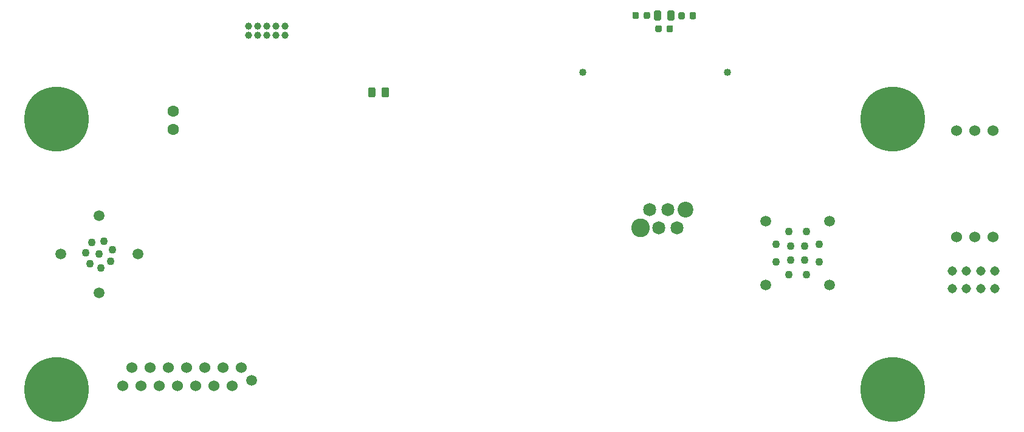
<source format=gbr>
G04 #@! TF.GenerationSoftware,KiCad,Pcbnew,(5.1.4-0)*
G04 #@! TF.CreationDate,2021-02-17T16:17:59+01:00*
G04 #@! TF.ProjectId,DBU_HW,4442555f-4857-42e6-9b69-6361645f7063,A*
G04 #@! TF.SameCoordinates,PX4c4b400PYa037a00*
G04 #@! TF.FileFunction,Soldermask,Bot*
G04 #@! TF.FilePolarity,Negative*
%FSLAX46Y46*%
G04 Gerber Fmt 4.6, Leading zero omitted, Abs format (unit mm)*
G04 Created by KiCad (PCBNEW (5.1.4-0)) date 2021-02-17 16:17:59*
%MOMM*%
%LPD*%
G04 APERTURE LIST*
%ADD10C,1.524000*%
%ADD11C,1.500000*%
%ADD12C,0.100000*%
%ADD13C,0.975000*%
%ADD14C,1.825000*%
%ADD15C,2.200000*%
%ADD16C,2.600000*%
%ADD17C,1.600000*%
%ADD18C,1.308000*%
%ADD19C,1.498600*%
%ADD20C,1.099820*%
%ADD21C,1.020000*%
%ADD22C,9.000000*%
%ADD23C,1.000000*%
%ADD24C,0.875000*%
G04 APERTURE END LIST*
D10*
X14490000Y33970000D03*
X15760000Y36510000D03*
X17030000Y33970000D03*
X18300000Y36510000D03*
X19570000Y33970000D03*
X20840000Y36510000D03*
X22110000Y33970000D03*
X23380000Y36510000D03*
D11*
X32400000Y34710000D03*
D10*
X24650000Y33970000D03*
X25920000Y36510000D03*
X27190000Y33970000D03*
X28460000Y36510000D03*
X29730000Y33970000D03*
X31000000Y36510000D03*
D12*
G36*
X49430142Y75588826D02*
G01*
X49453803Y75585316D01*
X49477007Y75579504D01*
X49499529Y75571446D01*
X49521153Y75561218D01*
X49541670Y75548921D01*
X49560883Y75534671D01*
X49578607Y75518607D01*
X49594671Y75500883D01*
X49608921Y75481670D01*
X49621218Y75461153D01*
X49631446Y75439529D01*
X49639504Y75417007D01*
X49645316Y75393803D01*
X49648826Y75370142D01*
X49650000Y75346250D01*
X49650000Y74433750D01*
X49648826Y74409858D01*
X49645316Y74386197D01*
X49639504Y74362993D01*
X49631446Y74340471D01*
X49621218Y74318847D01*
X49608921Y74298330D01*
X49594671Y74279117D01*
X49578607Y74261393D01*
X49560883Y74245329D01*
X49541670Y74231079D01*
X49521153Y74218782D01*
X49499529Y74208554D01*
X49477007Y74200496D01*
X49453803Y74194684D01*
X49430142Y74191174D01*
X49406250Y74190000D01*
X48918750Y74190000D01*
X48894858Y74191174D01*
X48871197Y74194684D01*
X48847993Y74200496D01*
X48825471Y74208554D01*
X48803847Y74218782D01*
X48783330Y74231079D01*
X48764117Y74245329D01*
X48746393Y74261393D01*
X48730329Y74279117D01*
X48716079Y74298330D01*
X48703782Y74318847D01*
X48693554Y74340471D01*
X48685496Y74362993D01*
X48679684Y74386197D01*
X48676174Y74409858D01*
X48675000Y74433750D01*
X48675000Y75346250D01*
X48676174Y75370142D01*
X48679684Y75393803D01*
X48685496Y75417007D01*
X48693554Y75439529D01*
X48703782Y75461153D01*
X48716079Y75481670D01*
X48730329Y75500883D01*
X48746393Y75518607D01*
X48764117Y75534671D01*
X48783330Y75548921D01*
X48803847Y75561218D01*
X48825471Y75571446D01*
X48847993Y75579504D01*
X48871197Y75585316D01*
X48894858Y75588826D01*
X48918750Y75590000D01*
X49406250Y75590000D01*
X49430142Y75588826D01*
X49430142Y75588826D01*
G37*
D13*
X49162500Y74890000D03*
D12*
G36*
X51305142Y75588826D02*
G01*
X51328803Y75585316D01*
X51352007Y75579504D01*
X51374529Y75571446D01*
X51396153Y75561218D01*
X51416670Y75548921D01*
X51435883Y75534671D01*
X51453607Y75518607D01*
X51469671Y75500883D01*
X51483921Y75481670D01*
X51496218Y75461153D01*
X51506446Y75439529D01*
X51514504Y75417007D01*
X51520316Y75393803D01*
X51523826Y75370142D01*
X51525000Y75346250D01*
X51525000Y74433750D01*
X51523826Y74409858D01*
X51520316Y74386197D01*
X51514504Y74362993D01*
X51506446Y74340471D01*
X51496218Y74318847D01*
X51483921Y74298330D01*
X51469671Y74279117D01*
X51453607Y74261393D01*
X51435883Y74245329D01*
X51416670Y74231079D01*
X51396153Y74218782D01*
X51374529Y74208554D01*
X51352007Y74200496D01*
X51328803Y74194684D01*
X51305142Y74191174D01*
X51281250Y74190000D01*
X50793750Y74190000D01*
X50769858Y74191174D01*
X50746197Y74194684D01*
X50722993Y74200496D01*
X50700471Y74208554D01*
X50678847Y74218782D01*
X50658330Y74231079D01*
X50639117Y74245329D01*
X50621393Y74261393D01*
X50605329Y74279117D01*
X50591079Y74298330D01*
X50578782Y74318847D01*
X50568554Y74340471D01*
X50560496Y74362993D01*
X50554684Y74386197D01*
X50551174Y74409858D01*
X50550000Y74433750D01*
X50550000Y75346250D01*
X50551174Y75370142D01*
X50554684Y75393803D01*
X50560496Y75417007D01*
X50568554Y75439529D01*
X50578782Y75461153D01*
X50591079Y75481670D01*
X50605329Y75500883D01*
X50621393Y75518607D01*
X50639117Y75534671D01*
X50658330Y75548921D01*
X50678847Y75561218D01*
X50700471Y75571446D01*
X50722993Y75579504D01*
X50746197Y75585316D01*
X50769858Y75588826D01*
X50793750Y75590000D01*
X51281250Y75590000D01*
X51305142Y75588826D01*
X51305142Y75588826D01*
G37*
D13*
X51037500Y74890000D03*
D12*
G36*
X89225142Y86308826D02*
G01*
X89248803Y86305316D01*
X89272007Y86299504D01*
X89294529Y86291446D01*
X89316153Y86281218D01*
X89336670Y86268921D01*
X89355883Y86254671D01*
X89373607Y86238607D01*
X89389671Y86220883D01*
X89403921Y86201670D01*
X89416218Y86181153D01*
X89426446Y86159529D01*
X89434504Y86137007D01*
X89440316Y86113803D01*
X89443826Y86090142D01*
X89445000Y86066250D01*
X89445000Y85153750D01*
X89443826Y85129858D01*
X89440316Y85106197D01*
X89434504Y85082993D01*
X89426446Y85060471D01*
X89416218Y85038847D01*
X89403921Y85018330D01*
X89389671Y84999117D01*
X89373607Y84981393D01*
X89355883Y84965329D01*
X89336670Y84951079D01*
X89316153Y84938782D01*
X89294529Y84928554D01*
X89272007Y84920496D01*
X89248803Y84914684D01*
X89225142Y84911174D01*
X89201250Y84910000D01*
X88713750Y84910000D01*
X88689858Y84911174D01*
X88666197Y84914684D01*
X88642993Y84920496D01*
X88620471Y84928554D01*
X88598847Y84938782D01*
X88578330Y84951079D01*
X88559117Y84965329D01*
X88541393Y84981393D01*
X88525329Y84999117D01*
X88511079Y85018330D01*
X88498782Y85038847D01*
X88488554Y85060471D01*
X88480496Y85082993D01*
X88474684Y85106197D01*
X88471174Y85129858D01*
X88470000Y85153750D01*
X88470000Y86066250D01*
X88471174Y86090142D01*
X88474684Y86113803D01*
X88480496Y86137007D01*
X88488554Y86159529D01*
X88498782Y86181153D01*
X88511079Y86201670D01*
X88525329Y86220883D01*
X88541393Y86238607D01*
X88559117Y86254671D01*
X88578330Y86268921D01*
X88598847Y86281218D01*
X88620471Y86291446D01*
X88642993Y86299504D01*
X88666197Y86305316D01*
X88689858Y86308826D01*
X88713750Y86310000D01*
X89201250Y86310000D01*
X89225142Y86308826D01*
X89225142Y86308826D01*
G37*
D13*
X88957500Y85610000D03*
D12*
G36*
X91100142Y86308826D02*
G01*
X91123803Y86305316D01*
X91147007Y86299504D01*
X91169529Y86291446D01*
X91191153Y86281218D01*
X91211670Y86268921D01*
X91230883Y86254671D01*
X91248607Y86238607D01*
X91264671Y86220883D01*
X91278921Y86201670D01*
X91291218Y86181153D01*
X91301446Y86159529D01*
X91309504Y86137007D01*
X91315316Y86113803D01*
X91318826Y86090142D01*
X91320000Y86066250D01*
X91320000Y85153750D01*
X91318826Y85129858D01*
X91315316Y85106197D01*
X91309504Y85082993D01*
X91301446Y85060471D01*
X91291218Y85038847D01*
X91278921Y85018330D01*
X91264671Y84999117D01*
X91248607Y84981393D01*
X91230883Y84965329D01*
X91211670Y84951079D01*
X91191153Y84938782D01*
X91169529Y84928554D01*
X91147007Y84920496D01*
X91123803Y84914684D01*
X91100142Y84911174D01*
X91076250Y84910000D01*
X90588750Y84910000D01*
X90564858Y84911174D01*
X90541197Y84914684D01*
X90517993Y84920496D01*
X90495471Y84928554D01*
X90473847Y84938782D01*
X90453330Y84951079D01*
X90434117Y84965329D01*
X90416393Y84981393D01*
X90400329Y84999117D01*
X90386079Y85018330D01*
X90373782Y85038847D01*
X90363554Y85060471D01*
X90355496Y85082993D01*
X90349684Y85106197D01*
X90346174Y85129858D01*
X90345000Y85153750D01*
X90345000Y86066250D01*
X90346174Y86090142D01*
X90349684Y86113803D01*
X90355496Y86137007D01*
X90363554Y86159529D01*
X90373782Y86181153D01*
X90386079Y86201670D01*
X90400329Y86220883D01*
X90416393Y86238607D01*
X90434117Y86254671D01*
X90453330Y86268921D01*
X90473847Y86281218D01*
X90495471Y86291446D01*
X90517993Y86299504D01*
X90541197Y86305316D01*
X90564858Y86308826D01*
X90588750Y86310000D01*
X91076250Y86310000D01*
X91100142Y86308826D01*
X91100142Y86308826D01*
G37*
D13*
X90832500Y85610000D03*
D14*
X87845000Y58530000D03*
X89115000Y55990000D03*
X90385000Y58530000D03*
X91655000Y55990000D03*
D15*
X92885000Y58530000D03*
D16*
X86615000Y55990000D03*
D17*
X21500000Y72260000D03*
X21500000Y69760000D03*
D18*
X136000000Y47510000D03*
X136000000Y50010000D03*
X134000000Y47510000D03*
X134000000Y50010000D03*
X132000000Y50010000D03*
X132000000Y47510000D03*
X130000000Y50010000D03*
X130000000Y47510000D03*
D10*
X135715000Y54760000D03*
X133175000Y54760000D03*
X130635000Y54760000D03*
X130635000Y69510000D03*
X133175000Y69510000D03*
X135715000Y69510000D03*
D19*
X5811846Y52340000D03*
X11200000Y46951846D03*
X16588154Y52340000D03*
X11200000Y57728154D03*
D20*
X11200000Y52340000D03*
X11411934Y50454146D03*
X12807466Y51328823D03*
X12992459Y52968618D03*
X11828618Y54132459D03*
X10188823Y53947466D03*
X9314146Y52551934D03*
X9856554Y50996554D03*
D19*
X104055000Y48065000D03*
X112945000Y48065000D03*
X112945000Y56955000D03*
X104055000Y56955000D03*
D20*
X109488060Y51521940D03*
X109488060Y53498060D03*
X107511940Y53498060D03*
X107511940Y51521940D03*
X109742060Y49507720D03*
X111502280Y51267940D03*
X111502280Y53752060D03*
X109742060Y55512280D03*
X107257940Y55512280D03*
X105497720Y53752060D03*
X105497720Y51267940D03*
X107257940Y49507720D03*
D21*
X78580000Y77695000D03*
X98710000Y77695000D03*
D22*
X121740000Y33490000D03*
X5260000Y33490000D03*
X121740000Y71190000D03*
X5260000Y71190000D03*
D23*
X31960000Y82875000D03*
X31960000Y84145000D03*
X33230000Y82875000D03*
X33230000Y84145000D03*
X34500000Y82875000D03*
X34500000Y84145000D03*
X35770000Y82875000D03*
X35770000Y84145000D03*
X37040000Y82875000D03*
X37040000Y84145000D03*
D12*
G36*
X87727691Y86083947D02*
G01*
X87748926Y86080797D01*
X87769750Y86075581D01*
X87789962Y86068349D01*
X87809368Y86059170D01*
X87827781Y86048134D01*
X87845024Y86035346D01*
X87860930Y86020930D01*
X87875346Y86005024D01*
X87888134Y85987781D01*
X87899170Y85969368D01*
X87908349Y85949962D01*
X87915581Y85929750D01*
X87920797Y85908926D01*
X87923947Y85887691D01*
X87925000Y85866250D01*
X87925000Y85353750D01*
X87923947Y85332309D01*
X87920797Y85311074D01*
X87915581Y85290250D01*
X87908349Y85270038D01*
X87899170Y85250632D01*
X87888134Y85232219D01*
X87875346Y85214976D01*
X87860930Y85199070D01*
X87845024Y85184654D01*
X87827781Y85171866D01*
X87809368Y85160830D01*
X87789962Y85151651D01*
X87769750Y85144419D01*
X87748926Y85139203D01*
X87727691Y85136053D01*
X87706250Y85135000D01*
X87268750Y85135000D01*
X87247309Y85136053D01*
X87226074Y85139203D01*
X87205250Y85144419D01*
X87185038Y85151651D01*
X87165632Y85160830D01*
X87147219Y85171866D01*
X87129976Y85184654D01*
X87114070Y85199070D01*
X87099654Y85214976D01*
X87086866Y85232219D01*
X87075830Y85250632D01*
X87066651Y85270038D01*
X87059419Y85290250D01*
X87054203Y85311074D01*
X87051053Y85332309D01*
X87050000Y85353750D01*
X87050000Y85866250D01*
X87051053Y85887691D01*
X87054203Y85908926D01*
X87059419Y85929750D01*
X87066651Y85949962D01*
X87075830Y85969368D01*
X87086866Y85987781D01*
X87099654Y86005024D01*
X87114070Y86020930D01*
X87129976Y86035346D01*
X87147219Y86048134D01*
X87165632Y86059170D01*
X87185038Y86068349D01*
X87205250Y86075581D01*
X87226074Y86080797D01*
X87247309Y86083947D01*
X87268750Y86085000D01*
X87706250Y86085000D01*
X87727691Y86083947D01*
X87727691Y86083947D01*
G37*
D24*
X87487500Y85610000D03*
D12*
G36*
X86152691Y86083947D02*
G01*
X86173926Y86080797D01*
X86194750Y86075581D01*
X86214962Y86068349D01*
X86234368Y86059170D01*
X86252781Y86048134D01*
X86270024Y86035346D01*
X86285930Y86020930D01*
X86300346Y86005024D01*
X86313134Y85987781D01*
X86324170Y85969368D01*
X86333349Y85949962D01*
X86340581Y85929750D01*
X86345797Y85908926D01*
X86348947Y85887691D01*
X86350000Y85866250D01*
X86350000Y85353750D01*
X86348947Y85332309D01*
X86345797Y85311074D01*
X86340581Y85290250D01*
X86333349Y85270038D01*
X86324170Y85250632D01*
X86313134Y85232219D01*
X86300346Y85214976D01*
X86285930Y85199070D01*
X86270024Y85184654D01*
X86252781Y85171866D01*
X86234368Y85160830D01*
X86214962Y85151651D01*
X86194750Y85144419D01*
X86173926Y85139203D01*
X86152691Y85136053D01*
X86131250Y85135000D01*
X85693750Y85135000D01*
X85672309Y85136053D01*
X85651074Y85139203D01*
X85630250Y85144419D01*
X85610038Y85151651D01*
X85590632Y85160830D01*
X85572219Y85171866D01*
X85554976Y85184654D01*
X85539070Y85199070D01*
X85524654Y85214976D01*
X85511866Y85232219D01*
X85500830Y85250632D01*
X85491651Y85270038D01*
X85484419Y85290250D01*
X85479203Y85311074D01*
X85476053Y85332309D01*
X85475000Y85353750D01*
X85475000Y85866250D01*
X85476053Y85887691D01*
X85479203Y85908926D01*
X85484419Y85929750D01*
X85491651Y85949962D01*
X85500830Y85969368D01*
X85511866Y85987781D01*
X85524654Y86005024D01*
X85539070Y86020930D01*
X85554976Y86035346D01*
X85572219Y86048134D01*
X85590632Y86059170D01*
X85610038Y86068349D01*
X85630250Y86075581D01*
X85651074Y86080797D01*
X85672309Y86083947D01*
X85693750Y86085000D01*
X86131250Y86085000D01*
X86152691Y86083947D01*
X86152691Y86083947D01*
G37*
D24*
X85912500Y85610000D03*
D12*
G36*
X92552691Y86033947D02*
G01*
X92573926Y86030797D01*
X92594750Y86025581D01*
X92614962Y86018349D01*
X92634368Y86009170D01*
X92652781Y85998134D01*
X92670024Y85985346D01*
X92685930Y85970930D01*
X92700346Y85955024D01*
X92713134Y85937781D01*
X92724170Y85919368D01*
X92733349Y85899962D01*
X92740581Y85879750D01*
X92745797Y85858926D01*
X92748947Y85837691D01*
X92750000Y85816250D01*
X92750000Y85303750D01*
X92748947Y85282309D01*
X92745797Y85261074D01*
X92740581Y85240250D01*
X92733349Y85220038D01*
X92724170Y85200632D01*
X92713134Y85182219D01*
X92700346Y85164976D01*
X92685930Y85149070D01*
X92670024Y85134654D01*
X92652781Y85121866D01*
X92634368Y85110830D01*
X92614962Y85101651D01*
X92594750Y85094419D01*
X92573926Y85089203D01*
X92552691Y85086053D01*
X92531250Y85085000D01*
X92093750Y85085000D01*
X92072309Y85086053D01*
X92051074Y85089203D01*
X92030250Y85094419D01*
X92010038Y85101651D01*
X91990632Y85110830D01*
X91972219Y85121866D01*
X91954976Y85134654D01*
X91939070Y85149070D01*
X91924654Y85164976D01*
X91911866Y85182219D01*
X91900830Y85200632D01*
X91891651Y85220038D01*
X91884419Y85240250D01*
X91879203Y85261074D01*
X91876053Y85282309D01*
X91875000Y85303750D01*
X91875000Y85816250D01*
X91876053Y85837691D01*
X91879203Y85858926D01*
X91884419Y85879750D01*
X91891651Y85899962D01*
X91900830Y85919368D01*
X91911866Y85937781D01*
X91924654Y85955024D01*
X91939070Y85970930D01*
X91954976Y85985346D01*
X91972219Y85998134D01*
X91990632Y86009170D01*
X92010038Y86018349D01*
X92030250Y86025581D01*
X92051074Y86030797D01*
X92072309Y86033947D01*
X92093750Y86035000D01*
X92531250Y86035000D01*
X92552691Y86033947D01*
X92552691Y86033947D01*
G37*
D24*
X92312500Y85560000D03*
D12*
G36*
X94127691Y86033947D02*
G01*
X94148926Y86030797D01*
X94169750Y86025581D01*
X94189962Y86018349D01*
X94209368Y86009170D01*
X94227781Y85998134D01*
X94245024Y85985346D01*
X94260930Y85970930D01*
X94275346Y85955024D01*
X94288134Y85937781D01*
X94299170Y85919368D01*
X94308349Y85899962D01*
X94315581Y85879750D01*
X94320797Y85858926D01*
X94323947Y85837691D01*
X94325000Y85816250D01*
X94325000Y85303750D01*
X94323947Y85282309D01*
X94320797Y85261074D01*
X94315581Y85240250D01*
X94308349Y85220038D01*
X94299170Y85200632D01*
X94288134Y85182219D01*
X94275346Y85164976D01*
X94260930Y85149070D01*
X94245024Y85134654D01*
X94227781Y85121866D01*
X94209368Y85110830D01*
X94189962Y85101651D01*
X94169750Y85094419D01*
X94148926Y85089203D01*
X94127691Y85086053D01*
X94106250Y85085000D01*
X93668750Y85085000D01*
X93647309Y85086053D01*
X93626074Y85089203D01*
X93605250Y85094419D01*
X93585038Y85101651D01*
X93565632Y85110830D01*
X93547219Y85121866D01*
X93529976Y85134654D01*
X93514070Y85149070D01*
X93499654Y85164976D01*
X93486866Y85182219D01*
X93475830Y85200632D01*
X93466651Y85220038D01*
X93459419Y85240250D01*
X93454203Y85261074D01*
X93451053Y85282309D01*
X93450000Y85303750D01*
X93450000Y85816250D01*
X93451053Y85837691D01*
X93454203Y85858926D01*
X93459419Y85879750D01*
X93466651Y85899962D01*
X93475830Y85919368D01*
X93486866Y85937781D01*
X93499654Y85955024D01*
X93514070Y85970930D01*
X93529976Y85985346D01*
X93547219Y85998134D01*
X93565632Y86009170D01*
X93585038Y86018349D01*
X93605250Y86025581D01*
X93626074Y86030797D01*
X93647309Y86033947D01*
X93668750Y86035000D01*
X94106250Y86035000D01*
X94127691Y86033947D01*
X94127691Y86033947D01*
G37*
D24*
X93887500Y85560000D03*
D12*
G36*
X89347691Y84233947D02*
G01*
X89368926Y84230797D01*
X89389750Y84225581D01*
X89409962Y84218349D01*
X89429368Y84209170D01*
X89447781Y84198134D01*
X89465024Y84185346D01*
X89480930Y84170930D01*
X89495346Y84155024D01*
X89508134Y84137781D01*
X89519170Y84119368D01*
X89528349Y84099962D01*
X89535581Y84079750D01*
X89540797Y84058926D01*
X89543947Y84037691D01*
X89545000Y84016250D01*
X89545000Y83503750D01*
X89543947Y83482309D01*
X89540797Y83461074D01*
X89535581Y83440250D01*
X89528349Y83420038D01*
X89519170Y83400632D01*
X89508134Y83382219D01*
X89495346Y83364976D01*
X89480930Y83349070D01*
X89465024Y83334654D01*
X89447781Y83321866D01*
X89429368Y83310830D01*
X89409962Y83301651D01*
X89389750Y83294419D01*
X89368926Y83289203D01*
X89347691Y83286053D01*
X89326250Y83285000D01*
X88888750Y83285000D01*
X88867309Y83286053D01*
X88846074Y83289203D01*
X88825250Y83294419D01*
X88805038Y83301651D01*
X88785632Y83310830D01*
X88767219Y83321866D01*
X88749976Y83334654D01*
X88734070Y83349070D01*
X88719654Y83364976D01*
X88706866Y83382219D01*
X88695830Y83400632D01*
X88686651Y83420038D01*
X88679419Y83440250D01*
X88674203Y83461074D01*
X88671053Y83482309D01*
X88670000Y83503750D01*
X88670000Y84016250D01*
X88671053Y84037691D01*
X88674203Y84058926D01*
X88679419Y84079750D01*
X88686651Y84099962D01*
X88695830Y84119368D01*
X88706866Y84137781D01*
X88719654Y84155024D01*
X88734070Y84170930D01*
X88749976Y84185346D01*
X88767219Y84198134D01*
X88785632Y84209170D01*
X88805038Y84218349D01*
X88825250Y84225581D01*
X88846074Y84230797D01*
X88867309Y84233947D01*
X88888750Y84235000D01*
X89326250Y84235000D01*
X89347691Y84233947D01*
X89347691Y84233947D01*
G37*
D24*
X89107500Y83760000D03*
D12*
G36*
X90922691Y84233947D02*
G01*
X90943926Y84230797D01*
X90964750Y84225581D01*
X90984962Y84218349D01*
X91004368Y84209170D01*
X91022781Y84198134D01*
X91040024Y84185346D01*
X91055930Y84170930D01*
X91070346Y84155024D01*
X91083134Y84137781D01*
X91094170Y84119368D01*
X91103349Y84099962D01*
X91110581Y84079750D01*
X91115797Y84058926D01*
X91118947Y84037691D01*
X91120000Y84016250D01*
X91120000Y83503750D01*
X91118947Y83482309D01*
X91115797Y83461074D01*
X91110581Y83440250D01*
X91103349Y83420038D01*
X91094170Y83400632D01*
X91083134Y83382219D01*
X91070346Y83364976D01*
X91055930Y83349070D01*
X91040024Y83334654D01*
X91022781Y83321866D01*
X91004368Y83310830D01*
X90984962Y83301651D01*
X90964750Y83294419D01*
X90943926Y83289203D01*
X90922691Y83286053D01*
X90901250Y83285000D01*
X90463750Y83285000D01*
X90442309Y83286053D01*
X90421074Y83289203D01*
X90400250Y83294419D01*
X90380038Y83301651D01*
X90360632Y83310830D01*
X90342219Y83321866D01*
X90324976Y83334654D01*
X90309070Y83349070D01*
X90294654Y83364976D01*
X90281866Y83382219D01*
X90270830Y83400632D01*
X90261651Y83420038D01*
X90254419Y83440250D01*
X90249203Y83461074D01*
X90246053Y83482309D01*
X90245000Y83503750D01*
X90245000Y84016250D01*
X90246053Y84037691D01*
X90249203Y84058926D01*
X90254419Y84079750D01*
X90261651Y84099962D01*
X90270830Y84119368D01*
X90281866Y84137781D01*
X90294654Y84155024D01*
X90309070Y84170930D01*
X90324976Y84185346D01*
X90342219Y84198134D01*
X90360632Y84209170D01*
X90380038Y84218349D01*
X90400250Y84225581D01*
X90421074Y84230797D01*
X90442309Y84233947D01*
X90463750Y84235000D01*
X90901250Y84235000D01*
X90922691Y84233947D01*
X90922691Y84233947D01*
G37*
D24*
X90682500Y83760000D03*
M02*

</source>
